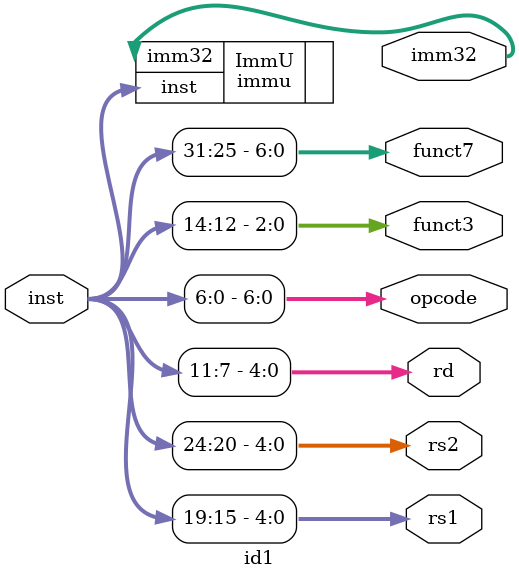
<source format=v>
module id1 (
    inst, rs1, rs2, rd, opcode, funct3, funct7, imm32
);
    input [31:0] inst;
    output reg [4:0] rs1, rs2, rd;
    output reg [6:0] opcode;
    output reg [2:0] funct3;
    output reg [6:0] funct7;
    output reg [31:0] imm32;

    always @(*) begin
        rs1 = inst[19:15];
        rs2 = inst[24:20];
        rd = inst[11:7];
        opcode = inst[6:0];
        funct3 = inst[14:12];
        funct7 = inst[31:25];
    end

    immu ImmU (
        .inst(inst),
        .imm32(imm32)
    );

endmodule

</source>
